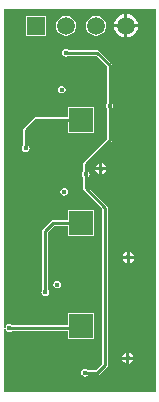
<source format=gbl>
G04 Layer_Physical_Order=4*
G04 Layer_Color=16711680*
%FSLAX44Y44*%
%MOMM*%
G71*
G01*
G75*
%ADD14C,0.2540*%
%ADD16R,1.5000X1.5000*%
%ADD17C,1.5000*%
%ADD18C,0.4500*%
%ADD24R,2.0000X2.0000*%
G36*
X394500Y232500D02*
X266000D01*
Y286525D01*
X267270Y286650D01*
X267449Y285752D01*
X268167Y284677D01*
X269242Y283959D01*
X270510Y283706D01*
X271778Y283959D01*
X272853Y284677D01*
X272872Y284706D01*
X320250D01*
Y277500D01*
X342250D01*
Y299500D01*
X320250D01*
Y289335D01*
X272872D01*
X272853Y289363D01*
X271778Y290081D01*
X270510Y290334D01*
X269242Y290081D01*
X268167Y289363D01*
X267449Y288288D01*
X267270Y287390D01*
X266000Y287515D01*
Y556250D01*
X266311Y557000D01*
X394500D01*
Y232500D01*
D02*
G37*
%LPC*%
G36*
X376131Y345480D02*
X372770D01*
Y342119D01*
X373369Y342238D01*
X374953Y343297D01*
X376012Y344881D01*
X376131Y345480D01*
D02*
G37*
G36*
X370230D02*
X366869D01*
X366988Y344881D01*
X368047Y343297D01*
X369631Y342238D01*
X370230Y342119D01*
Y345480D01*
D02*
G37*
G36*
Y351381D02*
X369631Y351262D01*
X368047Y350203D01*
X366988Y348619D01*
X366869Y348020D01*
X370230D01*
Y351381D01*
D02*
G37*
G36*
X317250Y405814D02*
X315982Y405561D01*
X314907Y404843D01*
X314189Y403768D01*
X313936Y402500D01*
X314189Y401232D01*
X314907Y400157D01*
X315982Y399439D01*
X317250Y399186D01*
X318518Y399439D01*
X319593Y400157D01*
X320311Y401232D01*
X320564Y402500D01*
X320311Y403768D01*
X319593Y404843D01*
X318518Y405561D01*
X317250Y405814D01*
D02*
G37*
G36*
X342250Y387000D02*
X320250D01*
Y378234D01*
X307340D01*
X306454Y378058D01*
X305703Y377557D01*
X299353Y371207D01*
X298852Y370456D01*
X298675Y369570D01*
Y319862D01*
X298647Y319843D01*
X297929Y318768D01*
X297676Y317500D01*
X297929Y316232D01*
X298647Y315157D01*
X299722Y314439D01*
X300990Y314186D01*
X302258Y314439D01*
X303333Y315157D01*
X304051Y316232D01*
X304304Y317500D01*
X304051Y318768D01*
X303333Y319843D01*
X303305Y319862D01*
Y368611D01*
X308299Y373605D01*
X320250D01*
Y365000D01*
X342250D01*
Y387000D01*
D02*
G37*
G36*
X372770Y351381D02*
Y348020D01*
X376131D01*
X376012Y348619D01*
X374953Y350203D01*
X373369Y351262D01*
X372770Y351381D01*
D02*
G37*
G36*
X375631Y260230D02*
X372270D01*
Y256869D01*
X372869Y256988D01*
X374453Y258047D01*
X375512Y259631D01*
X375631Y260230D01*
D02*
G37*
G36*
X369730D02*
X366369D01*
X366488Y259631D01*
X367547Y258047D01*
X369131Y256988D01*
X369730Y256869D01*
Y260230D01*
D02*
G37*
G36*
X318500Y523314D02*
X317232Y523061D01*
X316157Y522343D01*
X315439Y521268D01*
X315186Y520000D01*
X315439Y518732D01*
X316157Y517657D01*
X317232Y516939D01*
X318500Y516686D01*
X319768Y516939D01*
X320843Y517657D01*
X320862Y517686D01*
X344291D01*
X353186Y508791D01*
Y477612D01*
X353157Y477593D01*
X352439Y476518D01*
X352186Y475250D01*
X352439Y473982D01*
X353157Y472907D01*
X353186Y472888D01*
Y446959D01*
X333613Y427387D01*
X333112Y426636D01*
X332935Y425750D01*
Y419612D01*
X332907Y419593D01*
X332189Y418518D01*
X331936Y417250D01*
X332189Y415982D01*
X332907Y414907D01*
X332935Y414888D01*
Y405500D01*
X333112Y404614D01*
X333613Y403863D01*
X349436Y388041D01*
Y256709D01*
X344291Y251565D01*
X337112D01*
X337093Y251593D01*
X336018Y252311D01*
X334750Y252564D01*
X333482Y252311D01*
X332407Y251593D01*
X331689Y250518D01*
X331436Y249250D01*
X331689Y247982D01*
X332407Y246907D01*
X333482Y246189D01*
X334750Y245936D01*
X336018Y246189D01*
X337093Y246907D01*
X337112Y246936D01*
X345250D01*
X346136Y247112D01*
X346887Y247613D01*
X353387Y254113D01*
X353888Y254864D01*
X354064Y255750D01*
Y389000D01*
X353888Y389886D01*
X353387Y390637D01*
X337565Y406459D01*
Y414888D01*
X337593Y414907D01*
X338311Y415982D01*
X338564Y417250D01*
X338311Y418518D01*
X337593Y419593D01*
X337565Y419612D01*
Y424791D01*
X357137Y444363D01*
X357638Y445114D01*
X357814Y446000D01*
Y472888D01*
X357843Y472907D01*
X358561Y473982D01*
X358814Y475250D01*
X358561Y476518D01*
X357843Y477593D01*
X357814Y477612D01*
Y509750D01*
X357638Y510636D01*
X357137Y511387D01*
X346887Y521637D01*
X346136Y522138D01*
X345250Y522314D01*
X320862D01*
X320843Y522343D01*
X319768Y523061D01*
X318500Y523314D01*
D02*
G37*
G36*
X311150Y327164D02*
X309882Y326911D01*
X308807Y326193D01*
X308089Y325118D01*
X307836Y323850D01*
X308089Y322582D01*
X308807Y321507D01*
X309882Y320789D01*
X311150Y320536D01*
X312418Y320789D01*
X313493Y321507D01*
X314211Y322582D01*
X314464Y323850D01*
X314211Y325118D01*
X313493Y326193D01*
X312418Y326911D01*
X311150Y327164D01*
D02*
G37*
G36*
X372270Y266131D02*
Y262770D01*
X375631D01*
X375512Y263369D01*
X374453Y264953D01*
X372869Y266012D01*
X372270Y266131D01*
D02*
G37*
G36*
X369730D02*
X369131Y266012D01*
X367547Y264953D01*
X366488Y263369D01*
X366369Y262770D01*
X369730D01*
Y266131D01*
D02*
G37*
G36*
X344050Y551573D02*
X341831Y551281D01*
X339763Y550425D01*
X337988Y549062D01*
X336625Y547287D01*
X335769Y545219D01*
X335477Y543000D01*
X335769Y540781D01*
X336625Y538713D01*
X337988Y536938D01*
X339763Y535575D01*
X341831Y534719D01*
X344050Y534427D01*
X346269Y534719D01*
X348337Y535575D01*
X350112Y536938D01*
X351475Y538713D01*
X352331Y540781D01*
X352623Y543000D01*
X352331Y545219D01*
X351475Y547287D01*
X350112Y549062D01*
X348337Y550425D01*
X346269Y551281D01*
X344050Y551573D01*
D02*
G37*
G36*
X318650D02*
X316431Y551281D01*
X314363Y550425D01*
X312588Y549062D01*
X311225Y547287D01*
X310369Y545219D01*
X310077Y543000D01*
X310369Y540781D01*
X311225Y538713D01*
X312588Y536938D01*
X314363Y535575D01*
X316431Y534719D01*
X318650Y534427D01*
X320869Y534719D01*
X322937Y535575D01*
X324712Y536938D01*
X326075Y538713D01*
X326931Y540781D01*
X327223Y543000D01*
X326931Y545219D01*
X326075Y547287D01*
X324712Y549062D01*
X322937Y550425D01*
X320869Y551281D01*
X318650Y551573D01*
D02*
G37*
G36*
X379409Y541730D02*
X370720D01*
Y533041D01*
X372071Y533218D01*
X374513Y534230D01*
X376611Y535839D01*
X378220Y537937D01*
X379232Y540379D01*
X379409Y541730D01*
D02*
G37*
G36*
X370720Y552959D02*
Y544270D01*
X379409D01*
X379232Y545621D01*
X378220Y548063D01*
X376611Y550161D01*
X374513Y551770D01*
X372071Y552782D01*
X370720Y552959D01*
D02*
G37*
G36*
X368180D02*
X366829Y552782D01*
X364387Y551770D01*
X362289Y550161D01*
X360680Y548063D01*
X359668Y545621D01*
X359491Y544270D01*
X368180D01*
Y552959D01*
D02*
G37*
G36*
X301750Y551500D02*
X284750D01*
Y534500D01*
X301750D01*
Y551500D01*
D02*
G37*
G36*
X368180Y541730D02*
X359491D01*
X359668Y540379D01*
X360680Y537937D01*
X362289Y535839D01*
X364387Y534230D01*
X366829Y533218D01*
X368180Y533041D01*
Y541730D01*
D02*
G37*
G36*
X346980Y426631D02*
X346381Y426512D01*
X344797Y425453D01*
X343738Y423869D01*
X343619Y423270D01*
X346980D01*
Y426631D01*
D02*
G37*
G36*
X352881Y420730D02*
X349520D01*
Y417369D01*
X350119Y417488D01*
X351703Y418547D01*
X352762Y420131D01*
X352881Y420730D01*
D02*
G37*
G36*
X346980D02*
X343619D01*
X343738Y420131D01*
X344797Y418547D01*
X346381Y417488D01*
X346980Y417369D01*
Y420730D01*
D02*
G37*
G36*
X314960Y492264D02*
X313692Y492011D01*
X312617Y491293D01*
X311899Y490218D01*
X311646Y488950D01*
X311899Y487682D01*
X312617Y486607D01*
X313692Y485889D01*
X314960Y485636D01*
X316228Y485889D01*
X317303Y486607D01*
X318021Y487682D01*
X318274Y488950D01*
X318021Y490218D01*
X317303Y491293D01*
X316228Y492011D01*
X314960Y492264D01*
D02*
G37*
G36*
X342250Y474500D02*
X320250D01*
Y465734D01*
X293240D01*
X292354Y465558D01*
X291603Y465057D01*
X282843Y456297D01*
X282342Y455546D01*
X282166Y454660D01*
Y441782D01*
X282137Y441763D01*
X281419Y440688D01*
X281166Y439420D01*
X281419Y438152D01*
X282137Y437077D01*
X283212Y436359D01*
X284480Y436106D01*
X285748Y436359D01*
X286823Y437077D01*
X287541Y438152D01*
X287794Y439420D01*
X287541Y440688D01*
X286823Y441763D01*
X286794Y441782D01*
Y453701D01*
X294199Y461105D01*
X320250D01*
Y452500D01*
X342250D01*
Y474500D01*
D02*
G37*
G36*
X349520Y426631D02*
Y423270D01*
X352881D01*
X352762Y423869D01*
X351703Y425453D01*
X350119Y426512D01*
X349520Y426631D01*
D02*
G37*
%LPD*%
D14*
X351750Y255750D02*
Y389000D01*
X335250Y405500D02*
X351750Y389000D01*
X335250Y405500D02*
Y417250D01*
X345250Y249250D02*
X351750Y255750D01*
X334750Y249250D02*
X345250D01*
X355500Y475250D02*
Y509750D01*
X345250Y520000D02*
X355500Y509750D01*
X318500Y520000D02*
X345250D01*
X335250Y417250D02*
Y425750D01*
X355500Y446000D02*
Y475250D01*
X335250Y425750D02*
X355500Y446000D01*
X284480Y439420D02*
Y454660D01*
X293240Y463420D01*
X327530Y287020D02*
X328930Y288420D01*
X270510Y287020D02*
X327530D01*
X293240Y463420D02*
X328930D01*
X307340Y375920D02*
X328930D01*
X300990Y369570D02*
X307340Y375920D01*
X300990Y317500D02*
Y369570D01*
D16*
X293250Y543000D02*
D03*
D17*
X318650D02*
D03*
X344050D02*
D03*
X369450D02*
D03*
D18*
X334750Y249250D02*
D03*
X284480Y439420D02*
D03*
X318500Y520000D02*
D03*
X348250Y422000D02*
D03*
X335250Y417250D02*
D03*
X355500Y475250D02*
D03*
X314960Y488950D02*
D03*
X311150Y323850D02*
D03*
X270510Y287020D02*
D03*
X300990Y317500D02*
D03*
X317250Y402500D02*
D03*
X371000Y261500D02*
D03*
X371500Y346750D02*
D03*
D24*
X331250Y288500D02*
D03*
Y463500D02*
D03*
Y376000D02*
D03*
M02*

</source>
